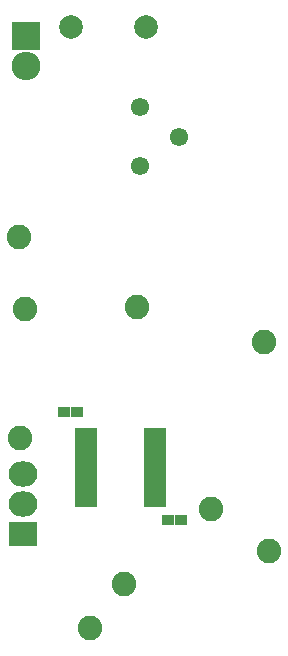
<source format=gbr>
G04 #@! TF.FileFunction,Soldermask,Bot*
%FSLAX46Y46*%
G04 Gerber Fmt 4.6, Leading zero omitted, Abs format (unit mm)*
G04 Created by KiCad (PCBNEW 0.201602161416+6560~42~ubuntu15.10.1-product) date Wed 17 Feb 2016 02:58:19 PM EST*
%MOMM*%
G01*
G04 APERTURE LIST*
%ADD10C,0.100000*%
%ADD11R,2.432000X2.127200*%
%ADD12O,2.432000X2.127200*%
%ADD13C,2.080000*%
%ADD14C,1.550000*%
%ADD15R,2.432000X2.432000*%
%ADD16O,2.432000X2.432000*%
%ADD17R,1.000000X0.900000*%
%ADD18C,2.000000*%
%ADD19R,1.850000X0.850000*%
G04 APERTURE END LIST*
D10*
D11*
X126746000Y-133756400D03*
D12*
X126746000Y-131216400D03*
X126746000Y-128676400D03*
D13*
X147167600Y-117500400D03*
X126949200Y-114706400D03*
X142646400Y-131622800D03*
X135331200Y-137922000D03*
X132435600Y-141681200D03*
X147624800Y-135178800D03*
D14*
X139953000Y-100076000D03*
X136653000Y-102576000D03*
X136653000Y-97576000D03*
D15*
X127050800Y-91592400D03*
D16*
X127050800Y-94132400D03*
D17*
X139048400Y-132537200D03*
X140148400Y-132537200D03*
X130209200Y-123393200D03*
X131309200Y-123393200D03*
D18*
X137160000Y-90797000D03*
X130810000Y-90797000D03*
D13*
X126492000Y-125577600D03*
X136448800Y-114503200D03*
D19*
X137980000Y-125142400D03*
X137980000Y-125792400D03*
X137980000Y-126442400D03*
X137980000Y-127092400D03*
X137980000Y-127742400D03*
X137980000Y-128392400D03*
X137980000Y-129042400D03*
X137980000Y-129692400D03*
X137980000Y-130342400D03*
X137980000Y-130992400D03*
X132080000Y-130992400D03*
X132080000Y-130342400D03*
X132080000Y-129692400D03*
X132080000Y-129042400D03*
X132080000Y-128392400D03*
X132080000Y-127742400D03*
X132080000Y-127092400D03*
X132080000Y-126442400D03*
X132080000Y-125792400D03*
X132080000Y-125142400D03*
D13*
X126441200Y-108585000D03*
M02*

</source>
